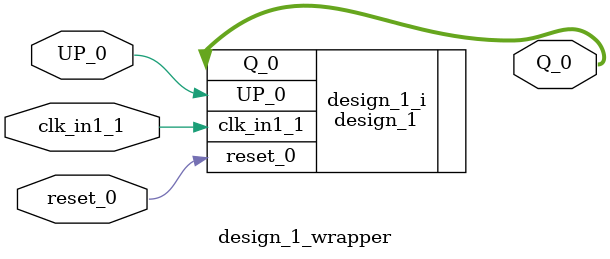
<source format=v>
`timescale 1 ps / 1 ps

module design_1_wrapper
   (Q_0,
    UP_0,
    clk_in1_1,
    reset_0);
  output [3:0]Q_0;
  input UP_0;
  input clk_in1_1;
  input reset_0;

  wire [3:0]Q_0;
  wire UP_0;
  wire clk_in1_1;
  wire reset_0;

  design_1 design_1_i
       (.Q_0(Q_0),
        .UP_0(UP_0),
        .clk_in1_1(clk_in1_1),
        .reset_0(reset_0));
endmodule

</source>
